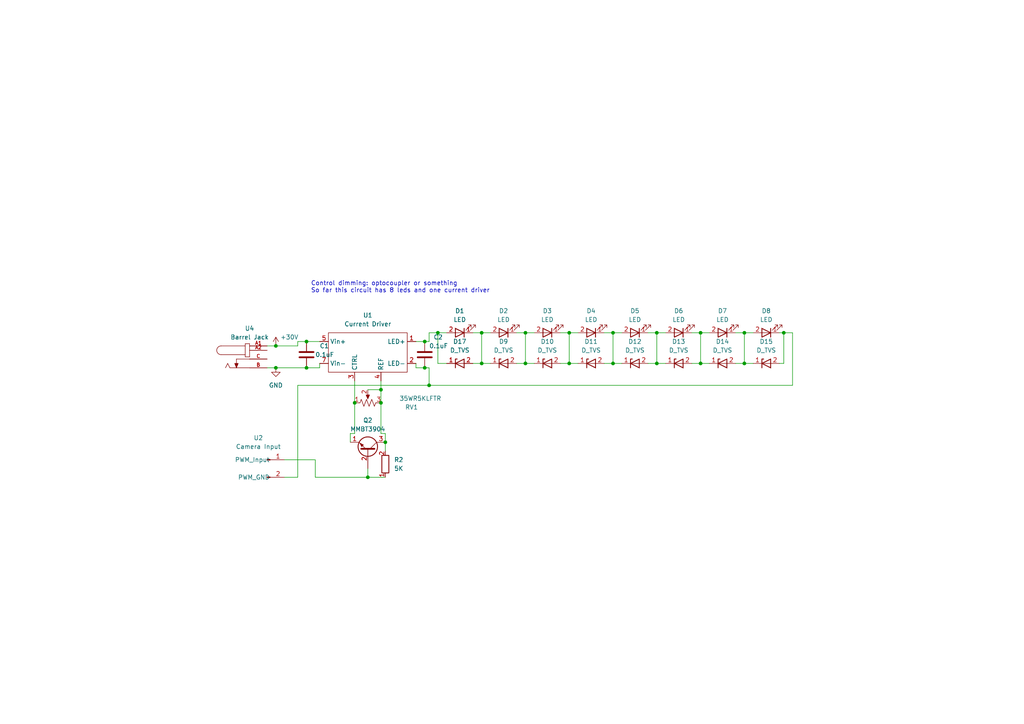
<source format=kicad_sch>
(kicad_sch (version 20230121) (generator eeschema)
  (paper "A4")
  (title_block (title "Lighting PCB") (date "2023-12-02") (company "Illini Pacbot Team"))
  (lib_symbols
    (symbol "D_Zener_1" (pin_names (offset 1.016) hide)
      (property "Reference" "D" (at 0 2.54 0))
      (property "Value" "D_Zener" (at 0 -2.54 0))
      (symbol "D_Zener_1_0_1"
        (polyline (pts (xy 1.27 0) (xy -1.27 0)))
        (polyline (pts (xy -1.27 -1.27) (xy -1.27 1.27) (xy -0.762 1.27)) (stroke (width 0.254)))
        (polyline (pts (xy 1.27 -1.27) (xy 1.27 1.27) (xy -1.27 0) (xy 1.27 -1.27)) (stroke (width 0.254)))
      )
      (symbol "D_Zener_1_1_1"
        (pin passive line (at -3.81 0 0) (length 2.54) (name "K") (number "1"))
        (pin passive line (at 3.81 0 180) (length 2.54) (name "A") (number "2"))
      )
    )
    (symbol "D_Zener_2" (pin_names (offset 1.016) hide)
      (property "Reference" "D" (at 0 2.54 0))
      (property "Value" "D_Zener" (at 0 -2.54 0))
      (symbol "D_Zener_2_0_1"
        (polyline (pts (xy 1.27 0) (xy -1.27 0)))
        (polyline (pts (xy -1.27 -1.27) (xy -1.27 1.27) (xy -0.762 1.27)) (stroke (width 0.254)))
        (polyline (pts (xy 1.27 -1.27) (xy 1.27 1.27) (xy -1.27 0) (xy 1.27 -1.27)) (stroke (width 0.254)))
      )
      (symbol "D_Zener_2_1_1"
        (pin passive line (at -3.81 0 0) (length 2.54) (name "K") (number "1"))
        (pin passive line (at 3.81 0 180) (length 2.54) (name "A") (number "2"))
      )
    )
    (symbol "D_Zener_3" (pin_names (offset 1.016) hide)
      (property "Reference" "D" (at 0 2.54 0))
      (property "Value" "D_Zener" (at 0 -2.54 0))
      (symbol "D_Zener_3_0_1"
        (polyline (pts (xy 1.27 0) (xy -1.27 0)))
        (polyline (pts (xy -1.27 -1.27) (xy -1.27 1.27) (xy -0.762 1.27)) (stroke (width 0.254)))
        (polyline (pts (xy 1.27 -1.27) (xy 1.27 1.27) (xy -1.27 0) (xy 1.27 -1.27)) (stroke (width 0.254)))
      )
      (symbol "D_Zener_3_1_1"
        (pin passive line (at -3.81 0 0) (length 2.54) (name "K") (number "1"))
        (pin passive line (at 3.81 0 180) (length 2.54) (name "A") (number "2"))
      )
    )
    (symbol "D_Zener_4" (pin_names (offset 1.016) hide)
      (property "Reference" "D" (at 0 2.54 0))
      (property "Value" "D_Zener" (at 0 -2.54 0))
      (symbol "D_Zener_4_0_1"
        (polyline (pts (xy 1.27 0) (xy -1.27 0)))
        (polyline (pts (xy -1.27 -1.27) (xy -1.27 1.27) (xy -0.762 1.27)) (stroke (width 0.254)))
        (polyline (pts (xy 1.27 -1.27) (xy 1.27 1.27) (xy -1.27 0) (xy 1.27 -1.27)) (stroke (width 0.254)))
      )
      (symbol "D_Zener_4_1_1"
        (pin passive line (at -3.81 0 0) (length 2.54) (name "K") (number "1"))
        (pin passive line (at 3.81 0 180) (length 2.54) (name "A") (number "2"))
      )
    )
    (symbol "D_Zener_5" (pin_names (offset 1.016) hide)
      (property "Reference" "D" (at 0 2.54 0))
      (property "Value" "D_Zener" (at 0 -2.54 0))
      (symbol "D_Zener_5_0_1"
        (polyline (pts (xy 1.27 0) (xy -1.27 0)))
        (polyline (pts (xy -1.27 -1.27) (xy -1.27 1.27) (xy -0.762 1.27)) (stroke (width 0.254)))
        (polyline (pts (xy 1.27 -1.27) (xy 1.27 1.27) (xy -1.27 0) (xy 1.27 -1.27)) (stroke (width 0.254)))
      )
      (symbol "D_Zener_5_1_1"
        (pin passive line (at -3.81 0 0) (length 2.54) (name "K") (number "1"))
        (pin passive line (at 3.81 0 180) (length 2.54) (name "A") (number "2"))
      )
    )
    (symbol "D_Zener_6" (pin_names (offset 1.016) hide)
      (property "Reference" "D" (at 0 2.54 0))
      (property "Value" "D_Zener" (at 0 -2.54 0))
      (symbol "D_Zener_6_0_1"
        (polyline (pts (xy 1.27 0) (xy -1.27 0)))
        (polyline (pts (xy -1.27 -1.27) (xy -1.27 1.27) (xy -0.762 1.27)) (stroke (width 0.254)))
        (polyline (pts (xy 1.27 -1.27) (xy 1.27 1.27) (xy -1.27 0) (xy 1.27 -1.27)) (stroke (width 0.254)))
      )
      (symbol "D_Zener_6_1_1"
        (pin passive line (at -3.81 0 0) (length 2.54) (name "K") (number "1"))
        (pin passive line (at 3.81 0 180) (length 2.54) (name "A") (number "2"))
      )
    )
    (symbol "D_Zener_7" (pin_names (offset 1.016) hide)
      (property "Reference" "D" (at 0 2.54 0))
      (property "Value" "D_Zener" (at 0 -2.54 0))
      (symbol "D_Zener_7_0_1"
        (polyline (pts (xy 1.27 0) (xy -1.27 0)))
        (polyline (pts (xy -1.27 -1.27) (xy -1.27 1.27) (xy -0.762 1.27)) (stroke (width 0.254)))
        (polyline (pts (xy 1.27 -1.27) (xy 1.27 1.27) (xy -1.27 0) (xy 1.27 -1.27)) (stroke (width 0.254)))
      )
      (symbol "D_Zener_7_1_1"
        (pin passive line (at -3.81 0 0) (length 2.54) (name "K") (number "1"))
        (pin passive line (at 3.81 0 180) (length 2.54) (name "A") (number "2"))
      )
    )
    (symbol "Device:C" (pin_numbers hide) (pin_names (offset 0.254))
      (property "Reference" "C" (at 0.635 2.54 0))
      (property "Value" "C" (at 0.635 -2.54 0))
      (symbol "C_0_1"
        (polyline (pts (xy -2.032 -0.762) (xy 2.032 -0.762)) (stroke (width 0.508)))
        (polyline (pts (xy -2.032 0.762) (xy 2.032 0.762)) (stroke (width 0.508)))
      )
      (symbol "C_1_1"
        (pin passive line (at 0 3.81 270) (length 2.794) (name "~") (number "1"))
        (pin passive line (at 0 -3.81 90) (length 2.794) (name "~") (number "2"))
      )
    )
    (symbol "Device:D_Zener" (pin_names (offset 1.016) hide)
      (property "Reference" "D" (at 0 2.54 0))
      (property "Value" "D_Zener" (at 0 -2.54 0))
      (symbol "D_Zener_0_1"
        (polyline (pts (xy 1.27 0) (xy -1.27 0)))
        (polyline (pts (xy -1.27 -1.27) (xy -1.27 1.27) (xy -0.762 1.27)) (stroke (width 0.254)))
        (polyline (pts (xy 1.27 -1.27) (xy 1.27 1.27) (xy -1.27 0) (xy 1.27 -1.27)) (stroke (width 0.254)))
      )
      (symbol "D_Zener_1_1"
        (pin passive line (at -3.81 0 0) (length 2.54) (name "K") (number "1"))
        (pin passive line (at 3.81 0 180) (length 2.54) (name "A") (number "2"))
      )
    )
    (symbol "Device:LED" (pin_names (offset 1.016) hide)
      (property "Reference" "D" (at 0 2.54 0))
      (property "Value" "LED" (at 0 -2.54 0))
      (symbol "LED_0_1"
        (polyline (pts (xy -1.27 -1.27) (xy -1.27 1.27)) (stroke (width 0.254)))
        (polyline (pts (xy -1.27 0) (xy 1.27 0)))
        (polyline (pts (xy 1.27 -1.27) (xy 1.27 1.27) (xy -1.27 0) (xy 1.27 -1.27)) (stroke (width 0.254)))
        (polyline (pts (xy -3.048 -0.762) (xy -4.572 -2.286) (xy -3.81 -2.286) (xy -4.572 -2.286) (xy -4.572 -1.524)))
        (polyline (pts (xy -1.778 -0.762) (xy -3.302 -2.286) (xy -2.54 -2.286) (xy -3.302 -2.286) (xy -3.302 -1.524)))
      )
      (symbol "LED_1_1"
        (pin passive line (at -3.81 0 0) (length 2.54) (name "K") (number "1"))
        (pin passive line (at 3.81 0 180) (length 2.54) (name "A") (number "2"))
      )
    )
    (symbol "Device:R_Potentiometer_US" (pin_names (offset 1.016) hide)
      (property "Reference" "RV" (at -4.445 0 90))
      (property "Value" "R_Potentiometer_US" (at -2.54 0 90))
      (symbol "R_Potentiometer_US_0_1"
        (polyline (pts (xy 0 -2.286) (xy 0 -2.54)))
        (polyline (pts (xy 0 2.54) (xy 0 2.286)))
        (polyline (pts (xy 2.54 0) (xy 1.524 0)))
        (polyline (pts (xy 1.143 0) (xy 2.286 0.508) (xy 2.286 -0.508) (xy 1.143 0)) (fill (type outline)))
        (polyline (pts (xy 0 -0.762) (xy 1.016 -1.143) (xy 0 -1.524) (xy -1.016 -1.905) (xy 0 -2.286)))
        (polyline (pts (xy 0 0.762) (xy 1.016 0.381) (xy 0 0) (xy -1.016 -0.381) (xy 0 -0.762)))
        (polyline (pts (xy 0 2.286) (xy 1.016 1.905) (xy 0 1.524) (xy -1.016 1.143) (xy 0 0.762)))
      )
      (symbol "R_Potentiometer_US_1_1"
        (pin passive line (at 0 3.81 270) (length 1.27) (name "1") (number "1"))
        (pin passive line (at 3.81 0 180) (length 1.27) (name "2") (number "2"))
        (pin passive line (at 0 -3.81 90) (length 1.27) (name "3") (number "3"))
      )
    )
    (symbol "LED_1" (pin_names (offset 1.016) hide)
      (property "Reference" "D" (at 0 2.54 0))
      (property "Value" "LED" (at 0 -2.54 0))
      (symbol "LED_1_0_1"
        (polyline (pts (xy -1.27 -1.27) (xy -1.27 1.27)) (stroke (width 0.254)))
        (polyline (pts (xy -1.27 0) (xy 1.27 0)))
        (polyline (pts (xy 1.27 -1.27) (xy 1.27 1.27) (xy -1.27 0) (xy 1.27 -1.27)) (stroke (width 0.254)))
        (polyline (pts (xy -3.048 -0.762) (xy -4.572 -2.286) (xy -3.81 -2.286) (xy -4.572 -2.286) (xy -4.572 -1.524)))
        (polyline (pts (xy -1.778 -0.762) (xy -3.302 -2.286) (xy -2.54 -2.286) (xy -3.302 -2.286) (xy -3.302 -1.524)))
      )
      (symbol "LED_1_1_1"
        (pin passive line (at -3.81 0 0) (length 2.54) (name "K") (number "1"))
        (pin passive line (at 3.81 0 180) (length 2.54) (name "A") (number "2"))
      )
    )
    (symbol "LED_2" (pin_names (offset 1.016) hide)
      (property "Reference" "D" (at 0 2.54 0))
      (property "Value" "LED" (at 0 -2.54 0))
      (symbol "LED_2_0_1"
        (polyline (pts (xy -1.27 -1.27) (xy -1.27 1.27)) (stroke (width 0.254)))
        (polyline (pts (xy -1.27 0) (xy 1.27 0)))
        (polyline (pts (xy 1.27 -1.27) (xy 1.27 1.27) (xy -1.27 0) (xy 1.27 -1.27)) (stroke (width 0.254)))
        (polyline (pts (xy -3.048 -0.762) (xy -4.572 -2.286) (xy -3.81 -2.286) (xy -4.572 -2.286) (xy -4.572 -1.524)))
        (polyline (pts (xy -1.778 -0.762) (xy -3.302 -2.286) (xy -2.54 -2.286) (xy -3.302 -2.286) (xy -3.302 -1.524)))
      )
      (symbol "LED_2_1_1"
        (pin passive line (at -3.81 0 0) (length 2.54) (name "K") (number "1"))
        (pin passive line (at 3.81 0 180) (length 2.54) (name "A") (number "2"))
      )
    )
    (symbol "LED_3" (pin_names (offset 1.016) hide)
      (property "Reference" "D" (at 0 2.54 0))
      (property "Value" "LED" (at 0 -2.54 0))
      (symbol "LED_3_0_1"
        (polyline (pts (xy -1.27 -1.27) (xy -1.27 1.27)) (stroke (width 0.254)))
        (polyline (pts (xy -1.27 0) (xy 1.27 0)))
        (polyline (pts (xy 1.27 -1.27) (xy 1.27 1.27) (xy -1.27 0) (xy 1.27 -1.27)) (stroke (width 0.254)))
        (polyline (pts (xy -3.048 -0.762) (xy -4.572 -2.286) (xy -3.81 -2.286) (xy -4.572 -2.286) (xy -4.572 -1.524)))
        (polyline (pts (xy -1.778 -0.762) (xy -3.302 -2.286) (xy -2.54 -2.286) (xy -3.302 -2.286) (xy -3.302 -1.524)))
      )
      (symbol "LED_3_1_1"
        (pin passive line (at -3.81 0 0) (length 2.54) (name "K") (number "1"))
        (pin passive line (at 3.81 0 180) (length 2.54) (name "A") (number "2"))
      )
    )
    (symbol "LED_4" (pin_names (offset 1.016) hide)
      (property "Reference" "D" (at 0 2.54 0))
      (property "Value" "LED" (at 0 -2.54 0))
      (symbol "LED_4_0_1"
        (polyline (pts (xy -1.27 -1.27) (xy -1.27 1.27)) (stroke (width 0.254)))
        (polyline (pts (xy -1.27 0) (xy 1.27 0)))
        (polyline (pts (xy 1.27 -1.27) (xy 1.27 1.27) (xy -1.27 0) (xy 1.27 -1.27)) (stroke (width 0.254)))
        (polyline (pts (xy -3.048 -0.762) (xy -4.572 -2.286) (xy -3.81 -2.286) (xy -4.572 -2.286) (xy -4.572 -1.524)))
        (polyline (pts (xy -1.778 -0.762) (xy -3.302 -2.286) (xy -2.54 -2.286) (xy -3.302 -2.286) (xy -3.302 -1.524)))
      )
      (symbol "LED_4_1_1"
        (pin passive line (at -3.81 0 0) (length 2.54) (name "K") (number "1"))
        (pin passive line (at 3.81 0 180) (length 2.54) (name "A") (number "2"))
      )
    )
    (symbol "LED_5" (pin_names (offset 1.016) hide)
      (property "Reference" "D" (at 0 2.54 0))
      (property "Value" "LED" (at 0 -2.54 0))
      (symbol "LED_5_0_1"
        (polyline (pts (xy -1.27 -1.27) (xy -1.27 1.27)) (stroke (width 0.254)))
        (polyline (pts (xy -1.27 0) (xy 1.27 0)))
        (polyline (pts (xy 1.27 -1.27) (xy 1.27 1.27) (xy -1.27 0) (xy 1.27 -1.27)) (stroke (width 0.254)))
        (polyline (pts (xy -3.048 -0.762) (xy -4.572 -2.286) (xy -3.81 -2.286) (xy -4.572 -2.286) (xy -4.572 -1.524)))
        (polyline (pts (xy -1.778 -0.762) (xy -3.302 -2.286) (xy -2.54 -2.286) (xy -3.302 -2.286) (xy -3.302 -1.524)))
      )
      (symbol "LED_5_1_1"
        (pin passive line (at -3.81 0 0) (length 2.54) (name "K") (number "1"))
        (pin passive line (at 3.81 0 180) (length 2.54) (name "A") (number "2"))
      )
    )
    (symbol "LED_6" (pin_names (offset 1.016) hide)
      (property "Reference" "D" (at 0 2.54 0))
      (property "Value" "LED" (at 0 -2.54 0))
      (symbol "LED_6_0_1"
        (polyline (pts (xy -1.27 -1.27) (xy -1.27 1.27)) (stroke (width 0.254)))
        (polyline (pts (xy -1.27 0) (xy 1.27 0)))
        (polyline (pts (xy 1.27 -1.27) (xy 1.27 1.27) (xy -1.27 0) (xy 1.27 -1.27)) (stroke (width 0.254)))
        (polyline (pts (xy -3.048 -0.762) (xy -4.572 -2.286) (xy -3.81 -2.286) (xy -4.572 -2.286) (xy -4.572 -1.524)))
        (polyline (pts (xy -1.778 -0.762) (xy -3.302 -2.286) (xy -2.54 -2.286) (xy -3.302 -2.286) (xy -3.302 -1.524)))
      )
      (symbol "LED_6_1_1"
        (pin passive line (at -3.81 0 0) (length 2.54) (name "K") (number "1"))
        (pin passive line (at 3.81 0 180) (length 2.54) (name "A") (number "2"))
      )
    )
    (symbol "LED_7" (pin_names (offset 1.016) hide)
      (property "Reference" "D" (at 0 2.54 0))
      (property "Value" "LED" (at 0 -2.54 0))
      (symbol "LED_7_0_1"
        (polyline (pts (xy -1.27 -1.27) (xy -1.27 1.27)) (stroke (width 0.254)))
        (polyline (pts (xy -1.27 0) (xy 1.27 0)))
        (polyline (pts (xy 1.27 -1.27) (xy 1.27 1.27) (xy -1.27 0) (xy 1.27 -1.27)) (stroke (width 0.254)))
        (polyline (pts (xy -3.048 -0.762) (xy -4.572 -2.286) (xy -3.81 -2.286) (xy -4.572 -2.286) (xy -4.572 -1.524)))
        (polyline (pts (xy -1.778 -0.762) (xy -3.302 -2.286) (xy -2.54 -2.286) (xy -3.302 -2.286) (xy -3.302 -1.524)))
      )
      (symbol "LED_7_1_1"
        (pin passive line (at -3.81 0 0) (length 2.54) (name "K") (number "1"))
        (pin passive line (at 3.81 0 180) (length 2.54) (name "A") (number "2"))
      )
    )
    (symbol "R_1" (pin_names (offset 0))
      (property "Reference" "R" (at 2.032 0 90))
      (property "Value" "R" (at 0 0 90))
      (symbol "R_1_0_1"
        (rectangle (start -1.016 -2.54) (end 1.016 2.54) (stroke (width 0.254)))
      )
      (symbol "R_1_1_1"
        (pin passive line (at 0 3.81 270) (length 1.27) (name "~") (number "1"))
        (pin passive line (at 0 -3.81 90) (length 1.27) (name "~") (number "2"))
      )
    )
    (symbol "Transistor_BJT:2N3904" (pin_names (offset 0) hide)
      (property "Reference" "Q" (at 5.08 1.905 0))
      (property "Value" "2N3904" (at 5.08 0 0))
      (symbol "2N3904_0_1"
        (polyline (pts (xy 0.635 0.635) (xy 2.54 2.54)))
        (polyline (pts (xy 0.635 -0.635) (xy 2.54 -2.54) (xy 2.54 -2.54)))
        (polyline (pts (xy 0.635 1.905) (xy 0.635 -1.905) (xy 0.635 -1.905)) (stroke (width 0.508)))
        (polyline (pts (xy 1.27 -1.778) (xy 1.778 -1.27) (xy 2.286 -2.286) (xy 1.27 -1.778) (xy 1.27 -1.778)) (fill (type outline)))
        (circle (center 1.27 0) (radius 2.8194) (stroke (width 0.254)))
      )
      (symbol "2N3904_1_1"
        (pin passive line (at 2.54 -5.08 90) (length 2.54) (name "E") (number "1"))
        (pin passive line (at -5.08 0 0) (length 5.715) (name "B") (number "2"))
        (pin passive line (at 2.54 5.08 270) (length 2.54) (name "C") (number "3"))
      )
    )
    (symbol "cv_lighting_symbols:+30V" (power) (in_bom no) (on_board no)
      (property "Value" "+30V" (at 0 0 0))
      (symbol "+30V_0_1"
        (polyline (pts (xy -0.762 -5.08) (xy 0 -3.81)))
        (polyline (pts (xy 0 -6.35) (xy 0 -3.81)))
        (polyline (pts (xy 0 -3.81) (xy 0.762 -5.08)))
      )
      (symbol "+30V_1_1"
        (pin power_in line (at 0 -6.35 90) (length 0) hide (name "+30V") (number "1"))
      )
    )
    (symbol "cv_lighting_symbols:3021-D-E-1000"
      (property "Reference" "U" (at 0 0 0))
      (symbol "3021-D-E-1000_0_1"
        (rectangle (start -11.43 -2.54) (end 11.43 -13.97))
      )
      (symbol "3021-D-E-1000_1_1"
        (pin output line (at 13.97 -5.08 180) (length 2.54) (name "LED+") (number "1"))
        (pin output line (at 13.97 -11.43 180) (length 2.54) (name "LED-") (number "2"))
        (pin input line (at -3.81 -16.51 90) (length 2.54) (name "CTRL") (number "3"))
        (pin input line (at 3.81 -16.51 90) (length 2.54) (name "REF") (number "4"))
        (pin input line (at -13.97 -5.08 0) (length 2.54) (name "Vin+") (number "5"))
        (pin input line (at -13.97 -11.43 0) (length 2.54) (name "Vin-") (number "7"))
      )
    )
    (symbol "cv_lighting_symbols:Barrel_Jack"
      (property "Reference" "U" (at 0 0 0))
      (symbol "Barrel_Jack_0_0"
        (arc (start -8.255 -3.81) (mid -9.5195 -5.08) (end -8.255 -6.35) (stroke (width 0.1524)))
        (polyline (pts (xy -8.255 -3.81) (xy -1.27 -3.81)) (stroke (width 0.1524)))
        (polyline (pts (xy -6.35 -8.89) (xy -6.985 -10.16)) (stroke (width 0.1524)))
        (polyline (pts (xy -5.715 -10.16) (xy -6.35 -8.89)) (stroke (width 0.1524)))
        (polyline (pts (xy -3.81 -7.62) (xy -3.81 -10.16)) (stroke (width 0.1524)))
        (polyline (pts (xy -1.27 -6.985) (xy 0 -6.985)) (stroke (width 0.1524)))
        (polyline (pts (xy -1.27 -6.35) (xy -8.255 -6.35)) (stroke (width 0.1524)))
        (polyline (pts (xy -1.27 -6.35) (xy -1.27 -6.985)) (stroke (width 0.1524)))
        (polyline (pts (xy -1.27 -3.81) (xy -1.27 -6.35)) (stroke (width 0.1524)))
        (polyline (pts (xy -1.27 -3.175) (xy -1.27 -3.81)) (stroke (width 0.1524)))
        (polyline (pts (xy 0 -10.16) (xy -5.715 -10.16)) (stroke (width 0.1524)))
        (polyline (pts (xy 0 -7.62) (xy -3.81 -7.62)) (stroke (width 0.1524)))
        (polyline (pts (xy 0 -6.985) (xy 0 -3.175)) (stroke (width 0.1524)))
        (polyline (pts (xy 0 -3.175) (xy -1.27 -3.175)) (stroke (width 0.1524)))
        (polyline (pts (xy -3.81 -10.16) (xy -4.318 -8.89) (xy -3.302 -8.89) (xy -3.81 -10.16)) (stroke (width 0.1524)) (fill (type outline)))
        (pin passive line (at 5.08 -5.08 180) (length 5.08) (name "~") (number "A2"))
        (pin passive line (at 5.08 -10.16 180) (length 5.08) (name "~") (number "B"))
        (pin passive line (at 5.08 -7.62 180) (length 5.08) (name "~") (number "C"))
      )
      (symbol "Barrel_Jack_1_0"
        (pin passive line (at 5.08 -3.81 180) (length 5.08) (name "~") (number "A1"))
      )
    )
    (symbol "cv_lighting_symbols:Camera"
      (property "Reference" "U" (at 0 0 0))
      (symbol "Camera_1_1"
        (rectangle (start -1.6764 -8.763) (end -2.54 -9.017) (stroke (width 0.1524)) (fill (type outline)))
        (rectangle (start -1.6764 -3.683) (end -2.54 -3.937) (stroke (width 0.1524)) (fill (type outline)))
        (polyline (pts (xy -1.27 -8.89) (xy -1.6764 -8.89)) (stroke (width 0.1524)))
        (polyline (pts (xy -1.27 -3.81) (xy -1.6764 -3.81)) (stroke (width 0.1524)))
        (pin passive line (at 2.54 -3.81 180) (length 3.81) (name "PWM_Input") (number "1"))
        (pin passive line (at 2.54 -8.89 180) (length 3.81) (name "PWM_GND") (number "2"))
      )
    )
    (symbol "power:GND" (power) (pin_names (offset 0))
      (property "Value" "GND" (at 0 -3.81 0))
      (symbol "GND_0_1"
        (polyline (pts (xy 0 0) (xy 0 -1.27) (xy 1.27 -1.27) (xy 0 -2.54) (xy -1.27 -1.27) (xy 0 -1.27)))
      )
      (symbol "GND_1_1"
        (pin power_in line (at 0 0 270) (length 0) hide (name "GND") (number "1"))
      )
    )
  )
  (junction (at 177.8 96.52))
  (junction (at 190.5 96.52))
  (junction (at 152.4 96.52))
  (junction (at 106.68 138.43))
  (junction (at 88.9 99.06))
  (junction (at 203.2 105.41))
  (junction (at 152.4 105.41))
  (junction (at 139.7 105.41))
  (junction (at 215.9 105.41))
  (junction (at 88.9 106.68))
  (junction (at 111.76 128.27))
  (junction (at 124.46 111.76))
  (junction (at 139.7 96.52))
  (junction (at 123.19 99.06))
  (junction (at 190.5 105.41))
  (junction (at 110.49 116.84))
  (junction (at 227.33 96.52))
  (junction (at 203.2 96.52))
  (junction (at 165.1 96.52))
  (junction (at 110.49 113.03))
  (junction (at 80.01 106.68))
  (junction (at 165.1 105.41))
  (junction (at 123.19 106.68))
  (junction (at 80.01 100.33))
  (junction (at 177.8 105.41))
  (junction (at 102.87 116.84))
  (junction (at 215.9 96.52))
  (junction (at 127 96.52))
  (wire (pts (xy 101.6 125.73) (xy 102.87 125.73)))
  (wire (pts (xy 213.36 96.52) (xy 215.9 96.52)))
  (wire (pts (xy 91.44 138.43) (xy 106.68 138.43)))
  (wire (pts (xy 124.46 96.52) (xy 124.46 99.06)))
  (wire (pts (xy 165.1 96.52) (xy 165.1 105.41)))
  (wire (pts (xy 106.68 138.43) (xy 111.76 138.43)))
  (wire (pts (xy 127 105.41) (xy 129.54 105.41)))
  (wire (pts (xy 86.36 99.06) (xy 86.36 100.33)))
  (wire (pts (xy 215.9 96.52) (xy 215.9 105.41)))
  (wire (pts (xy 86.36 111.76) (xy 124.46 111.76)))
  (wire (pts (xy 124.46 99.06) (xy 123.19 99.06)))
  (wire (pts (xy 82.55 138.43) (xy 86.36 138.43)))
  (wire (pts (xy 162.56 96.52) (xy 165.1 96.52)))
  (wire (pts (xy 215.9 96.52) (xy 218.44 96.52)))
  (wire (pts (xy 165.1 96.52) (xy 167.64 96.52)))
  (wire (pts (xy 190.5 96.52) (xy 193.04 96.52)))
  (wire (pts (xy 88.9 106.68) (xy 92.71 106.68)))
  (wire (pts (xy 227.33 105.41) (xy 226.06 105.41)))
  (wire (pts (xy 111.76 125.73) (xy 111.76 128.27)))
  (wire (pts (xy 213.36 105.41) (xy 215.9 105.41)))
  (wire (pts (xy 215.9 105.41) (xy 218.44 105.41)))
  (wire (pts (xy 110.49 110.49) (xy 110.49 113.03)))
  (wire (pts (xy 106.68 135.89) (xy 106.68 138.43)))
  (wire (pts (xy 190.5 105.41) (xy 193.04 105.41)))
  (wire (pts (xy 102.87 116.84) (xy 102.87 125.73)))
  (wire (pts (xy 139.7 105.41) (xy 139.7 96.52)))
  (wire (pts (xy 152.4 96.52) (xy 152.4 105.41)))
  (wire (pts (xy 200.66 96.52) (xy 203.2 96.52)))
  (wire (pts (xy 229.87 111.76) (xy 124.46 111.76)))
  (wire (pts (xy 127 96.52) (xy 129.54 96.52)))
  (wire (pts (xy 152.4 96.52) (xy 154.94 96.52)))
  (wire (pts (xy 177.8 96.52) (xy 180.34 96.52)))
  (wire (pts (xy 139.7 105.41) (xy 137.16 105.41)))
  (wire (pts (xy 203.2 105.41) (xy 205.74 105.41)))
  (wire (pts (xy 80.01 100.33) (xy 86.36 100.33)))
  (wire (pts (xy 88.9 99.06) (xy 86.36 99.06)))
  (wire (pts (xy 124.46 96.52) (xy 127 96.52)))
  (wire (pts (xy 165.1 105.41) (xy 167.64 105.41)))
  (wire (pts (xy 110.49 116.84) (xy 110.49 125.73)))
  (wire (pts (xy 111.76 125.73) (xy 110.49 125.73)))
  (wire (pts (xy 229.87 96.52) (xy 229.87 111.76)))
  (wire (pts (xy 77.47 106.68) (xy 80.01 106.68)))
  (wire (pts (xy 91.44 133.35) (xy 91.44 138.43)))
  (wire (pts (xy 175.26 105.41) (xy 177.8 105.41)))
  (wire (pts (xy 227.33 96.52) (xy 229.87 96.52)))
  (wire (pts (xy 101.6 125.73) (xy 101.6 128.27)))
  (wire (pts (xy 203.2 96.52) (xy 203.2 105.41)))
  (wire (pts (xy 77.47 100.33) (xy 80.01 100.33)))
  (wire (pts (xy 106.68 113.03) (xy 110.49 113.03)))
  (wire (pts (xy 190.5 96.52) (xy 190.5 105.41)))
  (wire (pts (xy 139.7 96.52) (xy 142.24 96.52)))
  (wire (pts (xy 226.06 96.52) (xy 227.33 96.52)))
  (wire (pts (xy 91.44 133.35) (xy 82.55 133.35)))
  (wire (pts (xy 92.71 106.68) (xy 92.71 105.41)))
  (wire (pts (xy 110.49 113.03) (xy 110.49 116.84)))
  (wire (pts (xy 120.65 106.68) (xy 120.65 105.41)))
  (wire (pts (xy 149.86 105.41) (xy 152.4 105.41)))
  (wire (pts (xy 177.8 96.52) (xy 177.8 105.41)))
  (wire (pts (xy 120.65 99.06) (xy 123.19 99.06)))
  (wire (pts (xy 177.8 105.41) (xy 180.34 105.41)))
  (wire (pts (xy 120.65 106.68) (xy 123.19 106.68)))
  (wire (pts (xy 86.36 111.76) (xy 86.36 138.43)))
  (wire (pts (xy 152.4 105.41) (xy 154.94 105.41)))
  (wire (pts (xy 124.46 106.68) (xy 124.46 111.76)))
  (wire (pts (xy 200.66 105.41) (xy 203.2 105.41)))
  (wire (pts (xy 149.86 96.52) (xy 152.4 96.52)))
  (wire (pts (xy 111.76 128.27) (xy 111.76 130.81)))
  (wire (pts (xy 187.96 96.52) (xy 190.5 96.52)))
  (wire (pts (xy 177.8 96.52) (xy 175.26 96.52)))
  (wire (pts (xy 137.16 96.52) (xy 139.7 96.52)))
  (wire (pts (xy 88.9 99.06) (xy 92.71 99.06)))
  (wire (pts (xy 187.96 105.41) (xy 190.5 105.41)))
  (wire (pts (xy 127 96.52) (xy 127 105.41)))
  (wire (pts (xy 124.46 106.68) (xy 123.19 106.68)))
  (wire (pts (xy 203.2 96.52) (xy 205.74 96.52)))
  (wire (pts (xy 227.33 96.52) (xy 227.33 105.41)))
  (wire (pts (xy 80.01 106.68) (xy 88.9 106.68)))
  (wire (pts (xy 102.87 110.49) (xy 102.87 116.84)))
  (wire (pts (xy 162.56 105.41) (xy 165.1 105.41)))
  (wire (pts (xy 139.7 105.41) (xy 142.24 105.41)))
  (text "Control dimming: optocoupler or something\nSo far this circuit has 8 leds and one current driver" (at 90.17 85.09 0) (effects (font (size 1.27 1.27)) (justify left bottom)))
  (symbol (lib_name "LED_1") (lib_id "Device:LED") (at 133.35 96.52 180) (unit 1)
    (property "Reference" "D1" (at 133.35 90.17 0))
    (property "Value" "LED" (at 133.35 92.71 0))
    (property "Footprint" "cv_lighting_footprints:LED_SFH4715AS" (effects hide))
  )
  (symbol (lib_name "LED_4") (lib_id "Device:LED") (at 171.45 96.52 180) (unit 1)
    (property "Reference" "D4" (at 171.45 90.17 0))
    (property "Value" "LED" (at 171.45 92.71 0))
    (property "Footprint" "cv_lighting_footprints:LED_SFH4715AS" (effects hide))
  )
  (symbol (lib_id "cv_lighting_symbols:Barrel_Jack") (at 72.39 96.52 0) (unit 1)
    (property "Reference" "U4" (at 72.39 95.25 0))
    (property "Value" "Barrel Jack" (at 72.39 97.79 0))
    (property "Footprint" "cv_lighting_footprints:TENSILITY_54-00164" (effects hide))
  )
  (symbol (lib_id "Device:C") (at 123.19 102.87 0) (unit 1)
    (property "Reference" "C2" (at 125.73 97.79 0) (effects (justify left)))
    (property "Value" "0.1uF" (at 124.46 100.33 0) (effects (justify left)))
    (property "Footprint" "Capacitor_SMD:C_0805_2012Metric_Pad1.18x1.45mm_HandSolder" (effects hide))
  )
  (symbol (lib_id "cv_lighting_symbols:3021-D-E-1000") (at 106.68 93.98 0) (unit 1)
    (property "Reference" "U1" (at 106.68 91.44 0))
    (property "Value" "Current Driver" (at 106.68 93.98 0))
    (property "Footprint" "cv_lighting_footprints:3021_Buckpuck" (effects hide))
  )
  (symbol (lib_id "Device:R_Potentiometer_US") (at 106.68 116.84 90) (unit 1)
    (property "Reference" "RV1" (at 119.38 118.11 90))
    (property "Value" "35WR5KLFTR" (at 121.92 115.57 90))
    (property "Footprint" "cv_lighting_footprints:35WR5KLFTR" (effects hide))
  )
  (symbol (lib_name "D_Zener_5") (lib_id "Device:D_Zener") (at 184.15 105.41 0) (unit 1)
    (property "Reference" "D12" (at 184.15 99.06 0))
    (property "Value" "D_TVS" (at 184.15 101.6 0))
    (property "Footprint" "cv_lighting_footprints:D3V3M1U2S9-7" (effects hide))
  )
  (symbol (lib_name "LED_5") (lib_id "Device:LED") (at 184.15 96.52 180) (unit 1)
    (property "Reference" "D5" (at 184.15 90.17 0))
    (property "Value" "LED" (at 184.15 92.71 0))
    (property "Footprint" "cv_lighting_footprints:LED_SFH4715AS" (effects hide))
  )
  (symbol (lib_name "D_Zener_6") (lib_id "Device:D_Zener") (at 196.85 105.41 0) (unit 1)
    (property "Reference" "D13" (at 196.85 99.06 0))
    (property "Value" "D_TVS" (at 196.85 101.6 0))
    (property "Footprint" "cv_lighting_footprints:D3V3M1U2S9-7" (effects hide))
  )
  (symbol (lib_id "Device:D_Zener") (at 222.25 105.41 0) (unit 1)
    (property "Reference" "D15" (at 222.25 99.06 0))
    (property "Value" "D_TVS" (at 222.25 101.6 0))
    (property "Footprint" "cv_lighting_footprints:D3V3M1U2S9-7" (effects hide))
  )
  (symbol (lib_name "LED_2") (lib_id "Device:LED") (at 146.05 96.52 180) (unit 1)
    (property "Reference" "D2" (at 146.05 90.17 0))
    (property "Value" "LED" (at 146.05 92.71 0))
    (property "Footprint" "cv_lighting_footprints:LED_SFH4715AS" (effects hide))
  )
  (symbol (lib_id "Device:LED") (at 222.25 96.52 180) (unit 1)
    (property "Reference" "D8" (at 222.25 90.17 0))
    (property "Value" "LED" (at 222.25 92.71 0))
    (property "Footprint" "cv_lighting_footprints:LED_SFH4715AS" (effects hide))
  )
  (symbol (lib_name "LED_6") (lib_id "Device:LED") (at 196.85 96.52 180) (unit 1)
    (property "Reference" "D6" (at 196.85 90.17 0))
    (property "Value" "LED" (at 196.85 92.71 0))
    (property "Footprint" "cv_lighting_footprints:LED_SFH4715AS" (effects hide))
  )
  (symbol (lib_id "cv_lighting_symbols:Camera") (at 80.01 129.54 0) (unit 1)
    (property "Reference" "U2" (at 74.93 127 0))
    (property "Value" "Camera Input" (at 74.93 129.54 0))
    (property "Footprint" "Connector_PinSocket_2.54mm:PinSocket_1x02_P2.54mm_Vertical_SMD_Pin1Left" (effects hide))
  )
  (symbol (lib_name "D_Zener_2") (lib_id "Device:D_Zener") (at 146.05 105.41 0) (unit 1)
    (property "Reference" "D9" (at 146.05 99.06 0))
    (property "Value" "D_TVS" (at 146.05 101.6 0))
    (property "Footprint" "cv_lighting_footprints:D3V3M1U2S9-7" (effects hide))
  )
  (symbol (lib_name "D_Zener_4") (lib_id "Device:D_Zener") (at 171.45 105.41 0) (unit 1)
    (property "Reference" "D11" (at 171.45 99.06 0))
    (property "Value" "D_TVS" (at 171.45 101.6 0))
    (property "Footprint" "cv_lighting_footprints:D3V3M1U2S9-7" (effects hide))
  )
  (symbol (lib_name "LED_3") (lib_id "Device:LED") (at 158.75 96.52 180) (unit 1)
    (property "Reference" "D3" (at 158.75 90.17 0))
    (property "Value" "LED" (at 158.75 92.71 0))
    (property "Footprint" "cv_lighting_footprints:LED_SFH4715AS" (effects hide))
  )
  (symbol (lib_name "R_1") (lib_id "Device:R") (at 111.76 134.62 180) (unit 1)
    (property "Reference" "R2" (at 114.3 133.35 0) (effects (justify right)))
    (property "Value" "5K" (at 114.3 135.89 0) (effects (justify right)))
    (property "Footprint" "Resistor_SMD:R_0805_2012Metric_Pad1.20x1.40mm_HandSolder" (effects hide))
  )
  (symbol (lib_id "power:GND") (at 80.01 106.68 0) (unit 1)
    (property "Reference" "#PWR01" (effects hide))
    (property "Value" "GND" (at 80.01 111.76 0))
  )
  (symbol (lib_id "Transistor_BJT:2N3904") (at 106.68 130.81 270) (mirror x) (unit 1)
    (property "Reference" "Q2" (at 106.68 121.92 90))
    (property "Value" "MMBT3904" (at 106.68 124.46 90))
    (property "Footprint" "cv_lighting_footprints:MMBT3904" (effects hide))
    (property "Datasheet" "https://www.onsemi.com/pub/Collateral/2N3903-D.PDF" (effects hide))
  )
  (symbol (lib_name "LED_7") (lib_id "Device:LED") (at 209.55 96.52 180) (unit 1)
    (property "Reference" "D7" (at 209.55 90.17 0))
    (property "Value" "LED" (at 209.55 92.71 0))
    (property "Footprint" "cv_lighting_footprints:LED_SFH4715AS" (effects hide))
  )
  (symbol (lib_id "Device:C") (at 88.9 102.87 0) (unit 1)
    (property "Reference" "C1" (at 92.71 100.33 0) (effects (justify left)))
    (property "Value" "0.1uF" (at 91.44 102.87 0) (effects (justify left)))
    (property "Footprint" "Capacitor_SMD:C_0805_2012Metric_Pad1.18x1.45mm_HandSolder" (effects hide))
  )
  (symbol (lib_name "D_Zener_3") (lib_id "Device:D_Zener") (at 158.75 105.41 0) (unit 1)
    (property "Reference" "D10" (at 158.75 99.06 0))
    (property "Value" "D_TVS" (at 158.75 101.6 0))
    (property "Footprint" "cv_lighting_footprints:D3V3M1U2S9-7" (effects hide))
  )
  (symbol (lib_id "cv_lighting_symbols:+30V") (at 80.01 93.98 0) (unit 1) (in_bom no) (on_board no)
    (property "Reference" "#~01" (effects hide))
    (property "Value" "+30V" (at 81.28 97.79 0) (effects (justify left)))
  )
  (symbol (lib_name "D_Zener_7") (lib_id "Device:D_Zener") (at 209.55 105.41 0) (unit 1)
    (property "Reference" "D14" (at 209.55 99.06 0))
    (property "Value" "D_TVS" (at 209.55 101.6 0))
    (property "Footprint" "cv_lighting_footprints:D3V3M1U2S9-7" (effects hide))
  )
  (symbol (lib_name "D_Zener_1") (lib_id "Device:D_Zener") (at 133.35 105.41 0) (unit 1)
    (property "Reference" "D17" (at 133.35 99.06 0))
    (property "Value" "D_TVS" (at 133.35 101.6 0))
    (property "Footprint" "cv_lighting_footprints:D3V3M1U2S9-7" (effects hide))
  )
)
</source>
